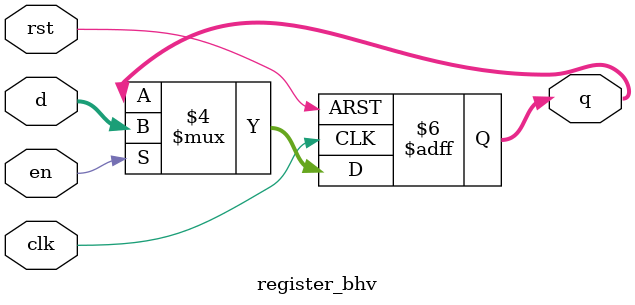
<source format=v>
module register_bhv (d, clk, rst, en, q);

	input [7:0] d;
	input clk, rst, en;
	output reg [7:0] q;
	
	initial q <= 8'b0;
	
	always @(posedge clk or posedge rst) begin
		if (rst) q <= 7'b0;
		else begin
			if (en) q <= d;
			else q <= q;
		end
	end

endmodule	
</source>
